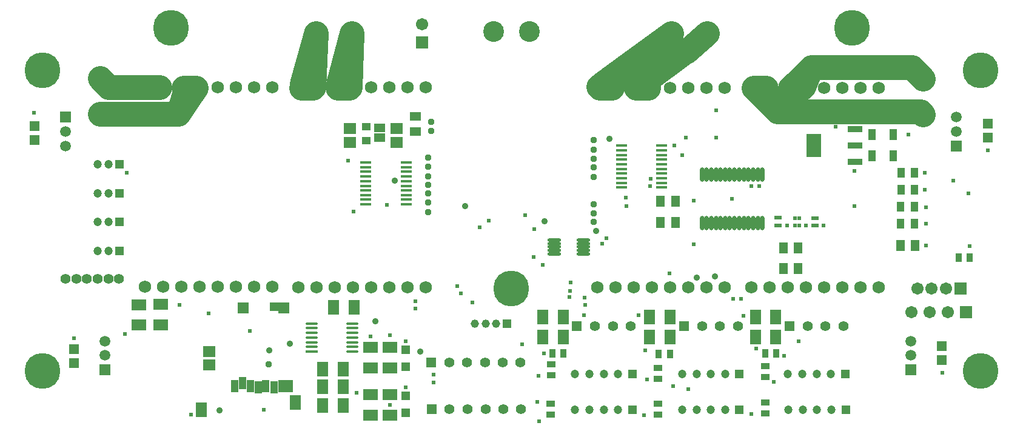
<source format=gbr>
%FSTAX23Y23*%
%MOIN*%
%SFA1B1*%

%IPPOS*%
%AMD83*
4,1,8,0.025100,0.007500,-0.025100,0.007500,-0.032600,0.000000,-0.032600,0.000000,-0.025100,-0.007500,0.025100,-0.007500,0.032600,0.000000,0.032600,0.000000,0.025100,0.007500,0.0*
1,1,0.014992,0.025100,0.000000*
1,1,0.014992,-0.025100,0.000000*
1,1,0.014992,-0.025100,0.000000*
1,1,0.014992,0.025100,0.000000*
%
%ADD23R,0.047244X0.047244*%
%ADD43R,0.083197X0.061937*%
%ADD51C,0.138110*%
%ADD52C,0.114299*%
%ADD53C,0.068000*%
%ADD54R,0.055118X0.055118*%
%ADD55C,0.055118*%
%ADD56C,0.047244*%
%ADD57C,0.196976*%
%ADD58C,0.067055*%
%ADD59R,0.067055X0.067055*%
%ADD60C,0.055559*%
%ADD61C,0.059181*%
%ADD62R,0.059181X0.059181*%
%ADD63R,0.067055X0.067055*%
%ADD64C,0.045275*%
%ADD65R,0.045275X0.045275*%
%ADD66C,0.023748*%
%ADD67C,0.037527*%
%ADD68C,0.035559*%
G04~CAMADD=83~8~0.0~0.0~651.7~149.9~75.0~0.0~15~0.0~0.0~0.0~0.0~0~0.0~0.0~0.0~0.0~0~0.0~0.0~0.0~0.0~651.7~149.9*
%ADD83D83*%
%ADD84R,0.065173X0.014992*%
%ADD89R,0.047500X0.059378*%
%ADD92R,0.037594X0.049689*%
%ADD93R,0.062992X0.011811*%
%ADD94R,0.045275X0.045275*%
%ADD95R,0.039626X0.055441*%
%ADD97R,0.057563X0.053342*%
%ADD100R,0.041339X0.062992*%
%ADD101R,0.084645X0.037401*%
%ADD103R,0.049689X0.037594*%
%ADD104R,0.084645X0.127952*%
%ADD105R,0.059378X0.047500*%
%ADD106R,0.049212X0.039370*%
%ADD107R,0.039496X0.067055*%
%ADD108R,0.059181X0.063118*%
%ADD109R,0.047370X0.045401*%
%ADD110R,0.063118X0.082803*%
%ADD111O,0.074929X0.019811*%
%ADD112R,0.067055X0.063118*%
%ADD113R,0.022961X0.023748*%
%ADD114R,0.061149X0.051307*%
%ADD115R,0.061937X0.083197*%
%ADD116O,0.025716X0.078866*%
%LNbrushed_pcb_soldermask_bot-1*%
%LPD*%
G54D23*
X00664Y-01038D03*
X01253Y-00841D03*
X00664D03*
X01253Y-01038D03*
X01837D03*
X01834Y-00841D03*
X-02156Y00314D03*
Y00155D03*
Y-00002D03*
Y-00162D03*
G54D43*
X-00667Y-00953D03*
Y-01065D03*
X-00776Y-00953D03*
Y-01065D03*
X-00667Y-00693D03*
Y-00805D03*
X-00776Y-00693D03*
Y-00805D03*
X-01927Y-0057D03*
Y-00458D03*
X-02047Y-00571D03*
Y-00459D03*
G54D51*
X01409Y00698D02*
D01*
X01412Y00689*
X01415Y00681*
X01419Y00673*
X01423Y00665*
X01424Y00664*
X00592Y0082D02*
D01*
X00587Y00814*
X00581Y00807*
X00576Y00799*
X00572Y00792*
X00568Y00783*
X00564Y00775*
X00562Y00767*
X01413Y00653D02*
X01462Y00604D01*
X014Y0073D02*
X01409Y00698D01*
X01368Y00698D02*
X01413Y00653D01*
X02247Y00604D02*
X02263Y00588D01*
X01424Y00664D02*
X01462Y00604D01*
X01333Y00733D02*
X014D01*
X01462Y00604D02*
X02247D01*
X01333Y00733D02*
X01368Y00698D01*
X01533Y00732D02*
X01566Y00765D01*
X01533Y00732D02*
X016D01*
X01577Y00776D02*
X01647Y00846D01*
X02202D02*
X02263Y00784D01*
X01566Y00765D02*
X01577Y00776D01*
X01604Y00741D02*
X01647Y00846D01*
X02202*
X00742Y00774D02*
X00953Y00929D01*
X00685Y00732D02*
X00742Y00774D01*
X00685Y00732D02*
X00752D01*
X00961Y00935D02*
X01074Y01033D01*
X00479Y00741D02*
X00522Y00773D01*
X00554Y0074D02*
X00562Y00767D01*
X00552Y00733D02*
X00554Y0074D01*
X00592Y0082D02*
X00605Y00833D01*
X00485Y00733D02*
X00552D01*
X00536Y00783D02*
X00877Y01033D01*
X00605Y00833D02*
X00877Y01033D01*
X-00889Y00738D02*
X-00877Y01034D01*
X-00952Y0075D02*
X-0095Y00758D01*
X-00877Y01034*
X-0089Y00733D02*
X-00889Y00738D01*
X-00956Y00733D02*
X-0089D01*
X-00956D02*
X-00952Y0075D01*
X-0109Y00734D02*
X-01089Y00738D01*
X-01074Y01034*
X-0115Y00756D02*
X-01074Y01031D01*
X-01156Y00734D02*
X-0109D01*
X-02263Y00589D02*
X-01831D01*
X-01799Y007*
X-01831Y00589D02*
X-01758Y007D01*
X-01802Y00735D02*
X-01735D01*
X-01758Y007D02*
X-01735Y00735D01*
X-02215Y00738D02*
X-02214Y00738D01*
X-02263Y00786D02*
X-02215Y00738D01*
X-02211Y00736D02*
X-01935D01*
G54D52*
X-00098Y01042D03*
X00098D03*
X-02263Y00589D03*
Y00786D03*
X-01074Y01034D03*
X-00877D03*
X01074Y01033D03*
X00877D03*
X02263Y00787D03*
Y0059D03*
G54D53*
X-01716Y00738D03*
X-01816Y00738D03*
X-01916Y00738D03*
X-02016D03*
X-01071Y00737D03*
X-01171D03*
X-00871D03*
X-00971Y00736D03*
X00771Y00735D03*
X00671Y00734D03*
X00571Y00735D03*
X00471D03*
X01618D03*
X01518Y00734D03*
X01418Y00735D03*
X01318D03*
X-01316Y-00361D03*
X-01416D03*
X-01516D03*
X-01616D03*
X-01716D03*
X-01816D03*
X-01916D03*
X-02016D03*
X-01616Y00738D03*
X-01416D03*
X-01316D03*
X-01516D03*
X-00471Y-00362D03*
X-00571D03*
X-00671D03*
X-00771D03*
X-00871D03*
X-00971D03*
X-01071D03*
X-01171D03*
X-00771Y00737D03*
X-00571D03*
X-00471D03*
X-00671D03*
X01171Y-00364D03*
X01071D03*
X00971D03*
X00871D03*
X00771D03*
X00671D03*
X00571D03*
X00471D03*
X00871Y00735D03*
X01071D03*
X01171D03*
X00971D03*
X02018Y-00364D03*
X01918D03*
X01818D03*
X01718D03*
X01618D03*
X01518D03*
X01418D03*
X01318D03*
X01718Y00735D03*
X01918D03*
X02018D03*
X01818D03*
G54D54*
X-00441Y-00775D03*
X00948Y-00576D03*
X-00439Y-01032D03*
X0036Y-00576D03*
X01529D03*
G54D55*
X-00342Y-00775D03*
X-00244D03*
X-00145D03*
X-00047D03*
X0005D03*
X01047Y-00576D03*
X01145D03*
X01244D03*
X-0034Y-01032D03*
X-00242D03*
X-00143D03*
X-00045D03*
X00052D03*
X00655Y-00576D03*
X00557D03*
X00458D03*
X01824D03*
X01726D03*
X01627D03*
G54D56*
X00349Y-01038D03*
X00428D03*
X00507D03*
X00585D03*
X-02274Y-00162D03*
Y00155D03*
Y00314D03*
Y-00002D03*
X-02215Y00314D03*
Y00155D03*
Y-00002D03*
Y-00162D03*
X00938Y-00841D03*
X01017D03*
X01096D03*
X01175D03*
X00585D03*
X00507D03*
X00428D03*
X00349D03*
X01175Y-01038D03*
X01096D03*
X01017D03*
X00938D03*
X01759D03*
X0168D03*
X01601D03*
X01523D03*
X01755Y-00841D03*
X01677D03*
X01598D03*
X01519D03*
G54D57*
X0Y-0037D03*
X01873Y01062D03*
X-02579Y-00824D03*
X02579D03*
Y0083D03*
X-01873Y01062D03*
X-02579Y0083D03*
G54D58*
X02198Y-00499D03*
X02298D03*
X02398D03*
X02231Y-00369D03*
X02388D03*
X0231D03*
X-00492Y01084D03*
G54D59*
X02498Y-00499D03*
X02467Y-00369D03*
G54D60*
X-02452Y-00318D03*
X-02393D03*
X-02334D03*
X-02275D03*
X-02216D03*
X-02157D03*
G54D61*
X02446Y00573D03*
Y00494D03*
X-02234Y-00738D03*
Y-00659D03*
X-02452Y00414D03*
Y00493D03*
X02195Y-00659D03*
Y-00738D03*
G54D62*
X02446Y00415D03*
X-02234Y-00816D03*
X-02452Y00572D03*
X02195Y-00816D03*
G54D63*
X-00492Y00984D03*
G54D64*
X-00202Y-00564D03*
X-00143D03*
X-00084D03*
G54D65*
X-00025Y-00564D03*
G54D66*
X01885Y00278D03*
X01003Y-00125D03*
X02181Y00477D03*
X01783Y0052D03*
X00894Y00418D03*
X00938Y00364D03*
X-00298Y-00357D03*
X-00279Y-00397D03*
X-00851Y-00944D03*
X-00528Y-0048D03*
X-00897Y00333D03*
X0006Y-00678D03*
X-01761Y-01062D03*
X00404Y-00459D03*
X00631Y00083D03*
X0063Y00129D03*
X-01664Y-00506D03*
X-02124Y-00619D03*
X00153Y-01101D03*
X01363Y00192D03*
X00766Y00232D03*
X01318Y00192D03*
X00763D03*
X02511Y00152D03*
X02429Y00224D03*
X02518Y-00138D03*
X02279Y-00133D03*
X01716Y-00023D03*
X01213Y00123D03*
X01885Y00082D03*
X01003Y00115D03*
X0087Y-00285D03*
X01578Y-00661D03*
X015Y-0074D03*
X01345Y-00699D03*
X01442Y-00884D03*
X01126Y0061D03*
X01125Y0046D03*
X0096Y00461D03*
X-00668Y-00628D03*
X-00581Y-00659D03*
X01275Y-00519D03*
X00973Y-00924D03*
X00889Y-00908D03*
X00745Y-0087D03*
X00734Y-00709D03*
X00322Y-00384D03*
X00318Y-00417D03*
X007Y-00515D03*
X00397D03*
X01262Y-00428D03*
X0122D03*
X-00124Y00005D03*
X005Y-00122D03*
X00523Y-00094D03*
X00401Y-00421D03*
X00326Y-00338D03*
X-00174Y-00034D03*
X-00867Y00052D03*
X00125Y-00043D03*
X-00216Y-00448D03*
X00074Y00035D03*
X00147Y-00851D03*
X00141Y-00993D03*
X-00581Y-00914D03*
X00173Y-00241D03*
X00123Y-00195D03*
X-02114Y00267D03*
X0132Y-01061D03*
X-00527Y-0044D03*
X-01362Y-01035D03*
X-02404Y-00643D03*
X-00685Y0009D03*
X-01826Y-0046D03*
X-00774Y-00632D03*
X00729Y-01065D03*
X-00668Y-01009D03*
X-01437Y-00603D03*
X-00428Y-00844D03*
Y-00888D03*
X02273Y00266D03*
X02279Y-00012D03*
X02277Y00077D03*
X02273Y00172D03*
X01618Y-00023D03*
X01515D03*
X-02624Y00598D03*
X02618Y0039D03*
X02367Y-00832D03*
X0018Y-00727D03*
G54D67*
X00451Y-00002D03*
Y00296D03*
Y00446D03*
X-00457Y00102D03*
Y00153D03*
Y00051D03*
X00451Y00044D03*
Y00095D03*
Y00245D03*
Y00343D03*
X-01334Y-00787D03*
X-00457Y0035D03*
X00451Y00394D03*
X-00443Y00496D03*
Y00547D03*
X-00457Y002D03*
Y00248D03*
Y00299D03*
G54D68*
X0054Y00453D03*
X-00503Y-00715D03*
X-00748Y-00551D03*
X-01219Y-00674D03*
X00465Y-00054D03*
X-01604Y-01041D03*
X-00254Y00085D03*
X00183Y0D03*
X-00641Y00224D03*
X01019Y-00311D03*
X01118Y-00303D03*
X-01333Y-00711D03*
G54D83*
X-00874Y-00716D03*
Y-00691D03*
Y-00665D03*
Y-0064D03*
Y-00614D03*
Y-00588D03*
Y-00563D03*
X-01097D03*
Y-00588D03*
Y-00614D03*
Y-0064D03*
Y-00665D03*
Y-00691D03*
G54D84*
X-01097Y-00716D03*
G54D89*
X0222Y-00134D03*
X02137D03*
X00903Y-00006D03*
X0082D03*
X00903Y0011D03*
X0082D03*
X01494Y-00259D03*
X01576D03*
X01494Y-00145D03*
X01576D03*
G54D92*
X02457Y-002D03*
X02518D03*
X0081Y-00729D03*
X00871D03*
X00224Y-00725D03*
X00285D03*
X01395D03*
X01456D03*
G54D93*
X00825Y00211D03*
Y00237D03*
Y00262D03*
Y00288D03*
Y00314D03*
Y00339D03*
Y00365D03*
Y00416D03*
X00605Y00186D03*
Y00211D03*
Y00237D03*
Y00262D03*
Y00288D03*
Y00314D03*
Y00339D03*
Y00365D03*
Y0039D03*
Y00416D03*
X00825Y0039D03*
Y00186D03*
X-008Y00119D03*
Y00323D03*
X-00579Y00093D03*
Y00119D03*
Y00144D03*
Y0017D03*
Y00195D03*
Y00221D03*
Y00247D03*
Y00272D03*
Y00298D03*
Y00323D03*
X-008Y00093D03*
Y00144D03*
Y0017D03*
Y00195D03*
Y00221D03*
Y00247D03*
Y00272D03*
Y00298D03*
G54D94*
X-00581Y-00708D03*
Y-008D03*
Y-01052D03*
Y-0096D03*
G54D95*
X02141Y00266D03*
X02216D03*
X02141Y00172D03*
X02216D03*
X02139Y00079D03*
X02214D03*
X02139Y-00013D03*
X02214D03*
G54D97*
X02617Y00459D03*
Y00536D03*
X-02404Y-00703D03*
Y-0078D03*
X-02623Y00448D03*
Y00525D03*
X02366Y-00762D03*
Y-00686D03*
G54D100*
X01982Y00359D03*
X02098D03*
X02097Y00476D03*
X01981D03*
G54D101*
X01889Y00326D03*
Y00507D03*
Y00417D03*
G54D103*
X00218Y-00785D03*
Y-00846D03*
X00216Y-01063D03*
Y-01002D03*
X00805D03*
Y-01063D03*
Y-00805D03*
Y-00866D03*
X01395Y-00857D03*
Y-00796D03*
Y-01057D03*
Y-00996D03*
G54D104*
X01661Y00417D03*
G54D105*
X-00527Y00576D03*
Y00493D03*
G54D106*
X-00799Y00442D03*
Y00521D03*
G54D107*
X-0122Y-00906D03*
X-01263D03*
X-01306Y-00914D03*
X-0135Y-00906D03*
X-01393Y-00914D03*
X-01436Y-00906D03*
X-01479Y-0089D03*
X-01523Y-00906D03*
G54D108*
X-01251Y-00478D03*
X-01476D03*
G54D109*
X-01306Y-00469D03*
G54D110*
X-01188Y-00996D03*
X-01706Y-01035D03*
G54D111*
X00395Y-00181D03*
Y-00161D03*
X00234Y-00181D03*
Y-00161D03*
Y-00141D03*
Y-00122D03*
Y-00102D03*
X00395Y-00141D03*
Y-00122D03*
Y-00102D03*
G54D112*
X-01663Y-00791D03*
Y-00716D03*
X-00633Y00509D03*
Y00435D03*
X-00887Y00509D03*
Y00435D03*
G54D113*
X01476Y-00024D03*
X01454D03*
X01581D03*
X01559D03*
Y00018D03*
X01581D03*
X01679Y-00024D03*
X01657D03*
Y00018D03*
X01679D03*
X01454Y00019D03*
X01476D03*
G54D114*
X-00724Y0046D03*
Y00515D03*
G54D115*
X-01038Y-00813D03*
X-00926D03*
X-01038Y-00911D03*
X-00926D03*
Y-01014D03*
X-01038D03*
X-00977Y-00472D03*
X-00865D03*
X01341Y-00635D03*
X00173Y-00636D03*
X0076Y-00635D03*
Y-00528D03*
X00872D03*
X00172D03*
X00284D03*
X01341D03*
X01453D03*
X00872Y-00635D03*
X00285Y-00636D03*
X01453Y-00635D03*
G54D116*
X01252Y00257D03*
X01303Y-0001D03*
X01047Y00257D03*
X01073D03*
X01098D03*
X01124D03*
X01149D03*
X01175D03*
X012D03*
X01226D03*
X01277D03*
X01303D03*
X01328D03*
X01354D03*
X0138D03*
X01047Y-0001D03*
X01073D03*
X01098D03*
X01124D03*
X01149D03*
X01175D03*
X012D03*
X01226D03*
X01252D03*
X01277D03*
X01328D03*
X01354D03*
X0138D03*
M02*
</source>
